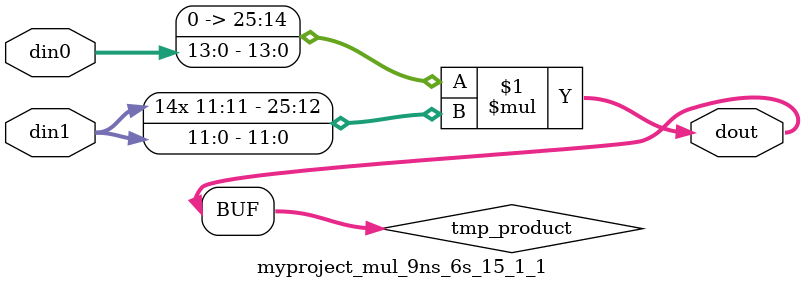
<source format=v>

`timescale 1 ns / 1 ps

 module myproject_mul_9ns_6s_15_1_1(din0, din1, dout);
parameter ID = 1;
parameter NUM_STAGE = 0;
parameter din0_WIDTH = 14;
parameter din1_WIDTH = 12;
parameter dout_WIDTH = 26;

input [din0_WIDTH - 1 : 0] din0; 
input [din1_WIDTH - 1 : 0] din1; 
output [dout_WIDTH - 1 : 0] dout;

wire signed [dout_WIDTH - 1 : 0] tmp_product;

























assign tmp_product = $signed({1'b0, din0}) * $signed(din1);










assign dout = tmp_product;





















endmodule

</source>
